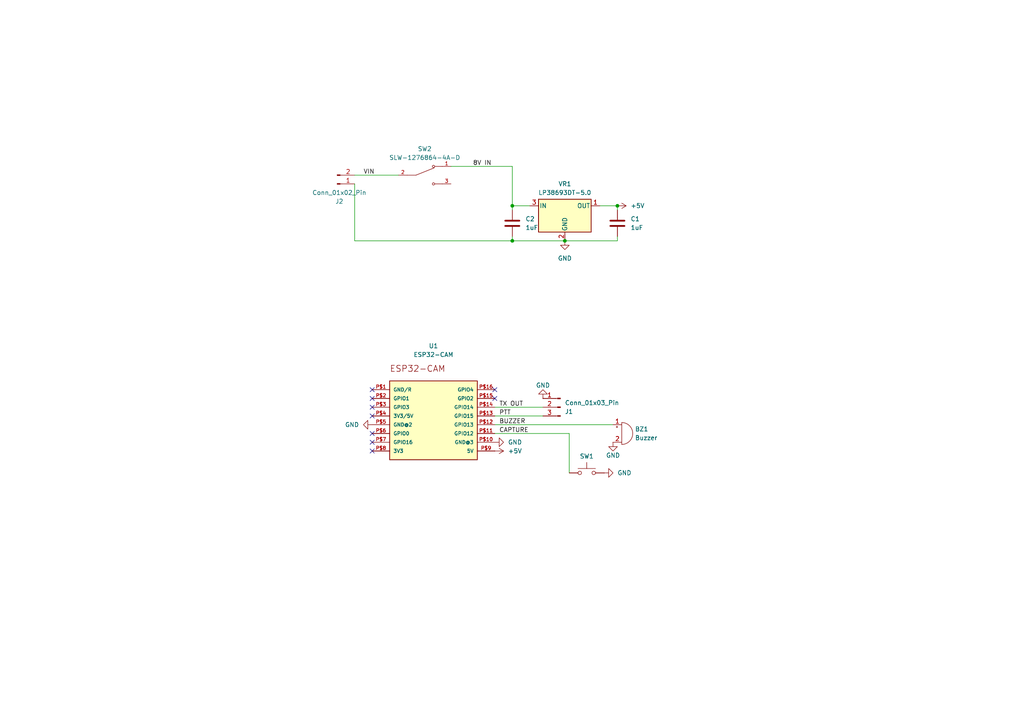
<source format=kicad_sch>
(kicad_sch (version 20250114) (generator "eeschema") (generator_version "9.0")
  (paper "A4")
  (title_block (title "SSTV Backpack") (date "2025-09-07") (rev "1.0"))
  (lib_symbols
    (symbol "Connector:Conn_01x02_Pin" (pin_names (offset 1.016) (hide yes))
      (property "Reference" "J" (at 0 2.54 0))
      (property "Value" "Conn_01x02_Pin" (at 0 -5.08 0))
      (symbol "Conn_01x02_Pin_1_1"
        (rectangle (start 0.8636 0.127) (end 0 -0.127) (stroke (width 0.1524)) (fill (type outline)))
        (rectangle (start 0.8636 -2.413) (end 0 -2.667) (stroke (width 0.1524)) (fill (type outline)))
        (polyline (pts (xy 1.27 0) (xy 0.8636 0)) (stroke (width 0.1524)))
        (polyline (pts (xy 1.27 -2.54) (xy 0.8636 -2.54)) (stroke (width 0.1524)))
        (pin passive line (at 5.08 0 180) (length 3.81) (name "Pin_1") (number "1"))
        (pin passive line (at 5.08 -2.54 180) (length 3.81) (name "Pin_2") (number "2"))
      )
    )
    (symbol "Connector:Conn_01x03_Pin" (pin_names (offset 1.016) (hide yes))
      (property "Reference" "J" (at 0 5.08 0))
      (property "Value" "Conn_01x03_Pin" (at 0 -5.08 0))
      (symbol "Conn_01x03_Pin_1_1"
        (rectangle (start 0.8636 2.667) (end 0 2.413) (stroke (width 0.1524)) (fill (type outline)))
        (rectangle (start 0.8636 0.127) (end 0 -0.127) (stroke (width 0.1524)) (fill (type outline)))
        (rectangle (start 0.8636 -2.413) (end 0 -2.667) (stroke (width 0.1524)) (fill (type outline)))
        (polyline (pts (xy 1.27 2.54) (xy 0.8636 2.54)) (stroke (width 0.1524)))
        (polyline (pts (xy 1.27 0) (xy 0.8636 0)) (stroke (width 0.1524)))
        (polyline (pts (xy 1.27 -2.54) (xy 0.8636 -2.54)) (stroke (width 0.1524)))
        (pin passive line (at 5.08 2.54 180) (length 3.81) (name "Pin_1") (number "1"))
        (pin passive line (at 5.08 0 180) (length 3.81) (name "Pin_2") (number "2"))
        (pin passive line (at 5.08 -2.54 180) (length 3.81) (name "Pin_3") (number "3"))
      )
    )
    (symbol "Device:Buzzer" (pin_names (offset 0.0254) (hide yes))
      (property "Reference" "BZ" (at 3.81 1.27 0))
      (property "Value" "Buzzer" (at 3.81 -1.27 0))
      (symbol "Buzzer_0_1"
        (polyline (pts (xy -1.651 1.905) (xy -1.143 1.905)))
        (polyline (pts (xy -1.397 2.159) (xy -1.397 1.651)))
        (arc (start 0 3.175) (mid 3.1612 0) (end 0 -3.175))
        (polyline (pts (xy 0 3.175) (xy 0 -3.175)))
      )
      (symbol "Buzzer_1_1"
        (pin passive line (at -2.54 2.54 0) (length 2.54) (name "+") (number "1"))
        (pin passive line (at -2.54 -2.54 0) (length 2.54) (name "-") (number "2"))
      )
    )
    (symbol "Device:C" (pin_numbers (hide yes)) (pin_names (offset 0.254))
      (property "Reference" "C" (at 0.635 2.54 0))
      (property "Value" "C" (at 0.635 -2.54 0))
      (symbol "C_0_1"
        (polyline (pts (xy -2.032 0.762) (xy 2.032 0.762)) (stroke (width 0.508)))
        (polyline (pts (xy -2.032 -0.762) (xy 2.032 -0.762)) (stroke (width 0.508)))
      )
      (symbol "C_1_1"
        (pin passive line (at 0 3.81 270) (length 2.794) (name "~") (number "1"))
        (pin passive line (at 0 -3.81 90) (length 2.794) (name "~") (number "2"))
      )
    )
    (symbol "ESP32-CAM:ESP32-CAM" (pin_names (offset 1.016))
      (property "Reference" "U1" (at 0 22.86 0))
      (property "Value" "ESP32-CAM" (at 0 20.32 0))
      (symbol "ESP32-CAM_0_0"
        (rectangle (start -12.7 -10.16) (end 12.7 12.7) (stroke (width 0.254)) (fill (type background)))
        (text "ESP32-CAM" (at -12.7 15.24 0) (effects (font (size 1.778 1.778)) (justify left bottom)))
        (pin bidirectional line (at -17.78 10.16 0) (length 5.08) (name "GND/R") (number "P$1"))
        (pin bidirectional line (at -17.78 7.62 0) (length 5.08) (name "GPIO1") (number "P$2"))
        (pin bidirectional line (at -17.78 5.08 0) (length 5.08) (name "GPIO3") (number "P$3"))
        (pin bidirectional line (at -17.78 2.54 0) (length 5.08) (name "3V3/5V") (number "P$4"))
        (pin bidirectional line (at -17.78 0 0) (length 5.08) (name "GND@2") (number "P$5"))
        (pin bidirectional line (at -17.78 -2.54 0) (length 5.08) (name "GPIO0") (number "P$6"))
        (pin bidirectional line (at -17.78 -5.08 0) (length 5.08) (name "GPIO16") (number "P$7"))
        (pin bidirectional line (at -17.78 -7.62 0) (length 5.08) (name "3V3") (number "P$8"))
        (pin bidirectional line (at 17.78 10.16 180) (length 5.08) (name "GPIO4") (number "P$16"))
        (pin bidirectional line (at 17.78 7.62 180) (length 5.08) (name "GPIO2") (number "P$15"))
        (pin bidirectional line (at 17.78 5.08 180) (length 5.08) (name "GPIO14") (number "P$14"))
        (pin bidirectional line (at 17.78 2.54 180) (length 5.08) (name "GPIO15") (number "P$13"))
        (pin bidirectional line (at 17.78 0 180) (length 5.08) (name "GPIO13") (number "P$12"))
        (pin bidirectional line (at 17.78 -2.54 180) (length 5.08) (name "GPIO12") (number "P$11"))
        (pin bidirectional line (at 17.78 -5.08 180) (length 5.08) (name "GND@3") (number "P$10"))
        (pin bidirectional line (at 17.78 -7.62 180) (length 5.08) (name "5V") (number "P$9"))
      )
    )
    (symbol "Regulator_Linear:LP38693DT-5.0" (pin_names (offset 0.254))
      (property "Reference" "U" (at -6.35 5.715 0))
      (property "Value" "LP38693DT-5.0" (at 0 5.715 0))
      (symbol "LP38693DT-5.0_0_1"
        (rectangle (start -7.62 -5.08) (end 7.62 4.445) (stroke (width 0.254)) (fill (type background)))
      )
      (symbol "LP38693DT-5.0_1_1"
        (pin power_in line (at -10.16 2.54 0) (length 2.54) (name "IN") (number "3"))
        (pin power_in line (at 0 -7.62 90) (length 2.54) (name "GND") (number "2"))
        (pin power_out line (at 10.16 2.54 180) (length 2.54) (name "OUT") (number "1"))
      )
    )
    (symbol "Switch:SW_Push" (pin_numbers (hide yes)) (pin_names (offset 1.016) (hide yes))
      (property "Reference" "SW" (at 1.27 2.54 0))
      (property "Value" "SW_Push" (at 0 -1.524 0))
      (symbol "SW_Push_0_1"
        (circle (center -2.032 0) (radius 0.508))
        (polyline (pts (xy 0 1.27) (xy 0 3.048)))
        (circle (center 2.032 0) (radius 0.508))
        (polyline (pts (xy 2.54 1.27) (xy -2.54 1.27)))
        (pin passive line (at -5.08 0 0) (length 2.54) (name "1") (number "1"))
        (pin passive line (at 5.08 0 180) (length 2.54) (name "2") (number "2"))
      )
    )
    (symbol "SwitchSPDT:SLW-1276864-4A-D" (pin_names (offset 1.016))
      (property "Reference" "S" (at -2.54 5.08 0))
      (property "Value" "SLW-1276864-4A-D" (at -2.54 -5.08 0))
      (symbol "SLW-1276864-4A-D_0_0"
        (polyline (pts (xy -2.54 0) (xy -5.08 0)) (stroke (width 0.1524)))
        (polyline (pts (xy -2.54 0) (xy 2.794 2.1336)) (stroke (width 0.1524)))
        (circle (center 2.54 2.54) (radius 0.3302) (stroke (width 0.1524)))
        (circle (center 2.54 -2.54) (radius 0.3302) (stroke (width 0.1524)))
        (polyline (pts (xy 5.08 2.54) (xy 2.921 2.54)) (stroke (width 0.1524)))
        (polyline (pts (xy 5.08 -2.54) (xy 2.921 -2.54)) (stroke (width 0.1524)))
        (pin passive line (at -7.62 0 0) (length 2.54) (name "~") (number "2"))
        (pin passive line (at 7.62 2.54 180) (length 2.54) (name "~") (number "1"))
        (pin passive line (at 7.62 -2.54 180) (length 2.54) (name "~") (number "3"))
      )
    )
    (symbol "power:+5V" (power) (pin_numbers (hide yes)) (pin_names (offset 0) (hide yes))
      (property "Value" "+5V" (at 0 3.556 0))
      (symbol "+5V_0_1"
        (polyline (pts (xy -0.762 1.27) (xy 0 2.54)))
        (polyline (pts (xy 0 2.54) (xy 0.762 1.27)))
        (polyline (pts (xy 0 0) (xy 0 2.54)))
      )
      (symbol "+5V_1_1"
        (pin power_in line (at 0 0 90) (length 0) (name "~") (number "1"))
      )
    )
    (symbol "power:GND" (power) (pin_numbers (hide yes)) (pin_names (offset 0) (hide yes))
      (property "Value" "GND" (at 0 -3.81 0))
      (symbol "GND_0_1"
        (polyline (pts (xy 0 0) (xy 0 -1.27) (xy 1.27 -1.27) (xy 0 -2.54) (xy -1.27 -1.27) (xy 0 -1.27)))
      )
      (symbol "GND_1_1"
        (pin power_in line (at 0 0 270) (length 0) (name "~") (number "1"))
      )
    )
  )
  (junction (at 163.83 69.85))
  (junction (at 179.07 59.69))
  (junction (at 148.59 69.85))
  (junction (at 148.59 59.69))
  (no_connect (at 107.95 113.03))
  (no_connect (at 143.51 115.57))
  (no_connect (at 107.95 115.57))
  (no_connect (at 107.95 130.81))
  (no_connect (at 107.95 125.73))
  (no_connect (at 143.51 113.03))
  (no_connect (at 107.95 118.11))
  (no_connect (at 107.95 120.65))
  (no_connect (at 107.95 128.27))
  (wire (pts (xy 179.07 68.58) (xy 179.07 69.85)))
  (wire (pts (xy 102.87 53.34) (xy 102.87 69.85)))
  (wire (pts (xy 148.59 68.58) (xy 148.59 69.85)))
  (wire (pts (xy 148.59 60.96) (xy 148.59 59.69)))
  (wire (pts (xy 102.87 50.8) (xy 115.57 50.8)))
  (wire (pts (xy 163.83 69.85) (xy 179.07 69.85)))
  (wire (pts (xy 179.07 59.69) (xy 179.07 60.96)))
  (wire (pts (xy 165.1 125.73) (xy 165.1 137.16)))
  (wire (pts (xy 148.59 69.85) (xy 163.83 69.85)))
  (wire (pts (xy 130.81 48.26) (xy 148.59 48.26)))
  (wire (pts (xy 102.87 69.85) (xy 148.59 69.85)))
  (wire (pts (xy 143.51 125.73) (xy 165.1 125.73)))
  (wire (pts (xy 143.51 120.65) (xy 157.48 120.65)))
  (wire (pts (xy 143.51 118.11) (xy 157.48 118.11)))
  (wire (pts (xy 143.51 123.19) (xy 177.8 123.19)))
  (wire (pts (xy 173.99 59.69) (xy 179.07 59.69)))
  (wire (pts (xy 148.59 59.69) (xy 153.67 59.69)))
  (wire (pts (xy 148.59 48.26) (xy 148.59 59.69)))
  (label "VIN" (at 105.41 50.8 0))
  (label "BUZZER" (at 144.78 123.19 0))
  (label "CAPTURE" (at 144.78 125.73 0))
  (label "PTT" (at 144.78 120.65 0))
  (label "8V IN" (at 137.16 48.26 0))
  (label "TX OUT" (at 144.78 118.11 0))
  (symbol (lib_id "power:+5V") (at 143.51 130.81 270) (unit 1)
    (property "Reference" "#PWR03" (effects (hide yes)))
    (property "Value" "+5V" (at 147.32 130.8099 90) (effects (justify left)))
    (property "Description" "Power symbol creates a global label with name \"+5V\"" (effects (hide yes)))
  )
  (symbol (lib_id "SwitchSPDT:SLW-1276864-4A-D") (at 123.19 50.8 0) (unit 1)
    (property "Reference" "SW2" (at 123.19 43.18 0))
    (property "Value" "SLW-1276864-4A-D" (at 123.19 45.72 0))
    (property "Footprint" "SwitchSPDT:SW_SLW-1276864-4A-D" (effects (hide yes)))
    (property "PARTREV" "1.01" (effects (hide yes)))
    (property "STANDARD" "Manufacturer Recommendations" (effects (hide yes)))
    (property "MAXIMUM_PACKAGE_HEIGHT" "10.6mm" (effects (hide yes)))
    (property "MANUFACTURER" "Same Sky" (effects (hide yes)))
  )
  (symbol (lib_id "Regulator_Linear:LP38693DT-5.0") (at 163.83 62.23 0) (unit 1)
    (property "Reference" "VR1" (at 163.83 53.34 0))
    (property "Value" "LP38693DT-5.0" (at 163.83 55.88 0))
    (property "Footprint" "Package_TO_SOT_SMD:TO-252-2" (effects (hide yes)))
    (property "Datasheet" "https://www.ti.com/lit/ds/symlink/lp38693.pdf" (effects (hide yes)))
    (property "Description" "500-mA Low-Dropout CMOS Linear Regulators Stable With Ceramic Output Capacitors, 5.0V output voltage, TO-252" (effects (hide yes)))
  )
  (symbol (lib_id "Connector:Conn_01x02_Pin") (at 97.79 53.34 0) (mirror x) (unit 1)
    (property "Reference" "J2" (at 98.425 58.42 0))
    (property "Value" "Conn_01x02_Pin" (at 98.425 55.88 0))
    (property "Footprint" "Connector_PinHeader_2.54mm:PinHeader_1x02_P2.54mm_Vertical" (effects (hide yes)))
    (property "Description" "Generic connector, single row, 01x02, script generated" (effects (hide yes)))
  )
  (symbol (lib_id "ESP32-CAM:ESP32-CAM") (at 125.73 123.19 0) (unit 1)
    (property "Reference" "U1" (at 125.73 100.33 0))
    (property "Value" "ESP32-CAM" (at 125.73 102.87 0))
    (property "Footprint" "ESP32-CAM:ESP32-CAM" (effects (hide yes)))
    (property "MF" "AI-Thinker" (effects (hide yes)))
    (property "Description_1" "ESP32 ESP32 Transceiver; 802.11 a/b/g/n (Wi-Fi, WiFi, WLAN), Bluetooth® Smart 4.x Low Energy (BLE) Evaluation Board" (effects (hide yes)))
    (property "Package" "None" (effects (hide yes)))
    (property "Price" "None" (effects (hide yes)))
    (property "SnapEDA_Link" "https://www.snapeda.com/parts/ESP32-CAM/AI-Thinker/view-part/?ref=snap" (effects (hide yes)))
    (property "MP" "ESP32-CAM" (effects (hide yes)))
    (property "Availability" "Not in stock" (effects (hide yes)))
    (property "Check_prices" "https://www.snapeda.com/parts/ESP32-CAM/AI-Thinker/view-part/?ref=eda" (effects (hide yes)))
  )
  (symbol (lib_id "power:GND") (at 107.95 123.19 270) (unit 1)
    (property "Reference" "#PWR06" (effects (hide yes)))
    (property "Value" "GND" (at 104.14 123.1899 90) (effects (justify right)))
    (property "Description" "Power symbol creates a global label with name \"GND\" , ground" (effects (hide yes)))
  )
  (symbol (lib_id "power:GND") (at 163.83 69.85 0) (unit 1)
    (property "Reference" "#PWR01" (effects (hide yes)))
    (property "Value" "GND" (at 163.83 74.93 0))
    (property "Description" "Power symbol creates a global label with name \"GND\" , ground" (effects (hide yes)))
  )
  (symbol (lib_id "power:GND") (at 143.51 128.27 90) (unit 1)
    (property "Reference" "#PWR05" (effects (hide yes)))
    (property "Value" "GND" (at 147.32 128.2699 90) (effects (justify right)))
    (property "Description" "Power symbol creates a global label with name \"GND\" , ground" (effects (hide yes)))
  )
  (symbol (lib_id "power:GND") (at 177.8 128.27 0) (unit 1)
    (property "Reference" "#PWR010" (effects (hide yes)))
    (property "Value" "GND" (at 177.8 132.08 0))
    (property "Description" "Power symbol creates a global label with name \"GND\" , ground" (effects (hide yes)))
  )
  (symbol (lib_id "Device:Buzzer") (at 180.34 125.73 0) (unit 1)
    (property "Reference" "BZ1" (at 184.15 124.4599 0) (effects (justify left)))
    (property "Value" "Buzzer" (at 184.15 126.9999 0) (effects (justify left)))
    (property "Footprint" "Buzzer_Beeper:Buzzer_TDK_PS1240P02BT_D12.2mm_H6.5mm" (effects (hide yes)))
    (property "Description" "Buzzer, polarized" (effects (hide yes)))
  )
  (symbol (lib_id "power:+5V") (at 179.07 59.69 270) (unit 1)
    (property "Reference" "#PWR02" (effects (hide yes)))
    (property "Value" "+5V" (at 182.88 59.6899 90) (effects (justify left)))
    (property "Description" "Power symbol creates a global label with name \"+5V\"" (effects (hide yes)))
  )
  (symbol (lib_id "Connector:Conn_01x03_Pin") (at 162.56 118.11 0) (mirror y) (unit 1)
    (property "Reference" "J1" (at 163.83 119.3801 0) (effects (justify right)))
    (property "Value" "Conn_01x03_Pin" (at 163.83 116.8401 0) (effects (justify right)))
    (property "Footprint" "Connector_PinHeader_2.54mm:PinHeader_1x03_P2.54mm_Vertical" (effects (hide yes)))
    (property "Description" "Generic connector, single row, 01x03, script generated" (effects (hide yes)))
  )
  (symbol (lib_id "power:GND") (at 175.26 137.16 90) (unit 1)
    (property "Reference" "#PWR04" (effects (hide yes)))
    (property "Value" "GND" (at 179.07 137.1599 90) (effects (justify right)))
    (property "Description" "Power symbol creates a global label with name \"GND\" , ground" (effects (hide yes)))
  )
  (symbol (lib_id "Device:C") (at 179.07 64.77 0) (unit 1)
    (property "Reference" "C1" (at 182.88 63.4999 0) (effects (justify left)))
    (property "Value" "1uF" (at 182.88 66.0399 0) (effects (justify left)))
    (property "Footprint" "Capacitor_THT:C_Disc_D3.8mm_W2.6mm_P2.50mm" (effects (hide yes)))
    (property "Description" "Unpolarized capacitor" (effects (hide yes)))
  )
  (symbol (lib_id "Device:C") (at 148.59 64.77 0) (unit 1)
    (property "Reference" "C2" (at 152.4 63.4999 0) (effects (justify left)))
    (property "Value" "1uF" (at 152.4 66.0399 0) (effects (justify left)))
    (property "Footprint" "Capacitor_THT:C_Disc_D3.8mm_W2.6mm_P2.50mm" (effects (hide yes)))
    (property "Description" "Unpolarized capacitor" (effects (hide yes)))
  )
  (symbol (lib_id "Switch:SW_Push") (at 170.18 137.16 0) (unit 1)
    (property "Reference" "SW1" (at 170.18 132.334 0))
    (property "Value" "SW_Push" (effects (hide yes)))
    (property "Description" "Push button switch, generic, two pins" (effects (hide yes)))
  )
  (symbol (lib_id "power:GND") (at 157.48 115.57 180) (unit 1)
    (property "Reference" "#PWR09" (effects (hide yes)))
    (property "Value" "GND" (at 157.48 111.76 0))
    (property "Description" "Power symbol creates a global label with name \"GND\" , ground" (effects (hide yes)))
  )
)
</source>
